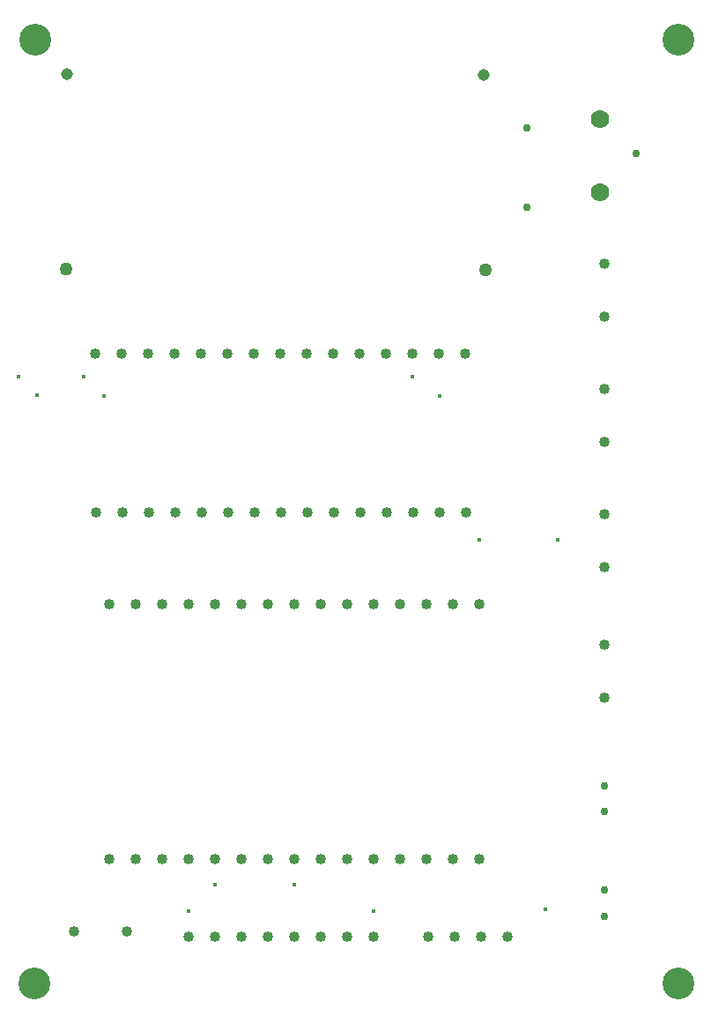
<source format=gbr>
G04 PROTEUS GERBER X2 FILE*
%TF.GenerationSoftware,Labcenter,Proteus,8.6-SP2-Build23525*%
%TF.CreationDate,2019-05-04T20:14:25+00:00*%
%TF.FileFunction,Plated,1,2,PTH*%
%TF.FilePolarity,Positive*%
%TF.Part,Single*%
%FSLAX45Y45*%
%MOMM*%
G01*
%TA.AperFunction,ViaDrill*%
%ADD43C,0.381000*%
%TA.AperFunction,ComponentDrill*%
%ADD44C,1.016000*%
%TA.AperFunction,ComponentDrill*%
%ADD45C,1.270000*%
%ADD46C,1.143000*%
%TA.AperFunction,ComponentDrill*%
%ADD47C,1.778000*%
%ADD48C,0.762000*%
%TA.AperFunction,OtherDrill,Unknown*%
%ADD49C,3.050000*%
%TD.AperFunction*%
D43*
X-8396000Y-2200000D03*
X-7636000Y-2200000D03*
X-8650000Y-2450000D03*
X-6874000Y-2450000D03*
X-10280000Y+2680000D03*
X-9660000Y+2680000D03*
X-6500000Y+2680000D03*
X-10110000Y+2500000D03*
X-9460000Y+2490000D03*
X-6238000Y+2490000D03*
X-5100000Y+1110000D03*
X-5860000Y+1110000D03*
X-5220000Y-2440000D03*
D44*
X-9540000Y+1370000D03*
X-9286000Y+1370000D03*
X-9032000Y+1370000D03*
X-8778000Y+1370000D03*
X-8524000Y+1370000D03*
X-8270000Y+1370000D03*
X-8016000Y+1370000D03*
X-7762000Y+1370000D03*
X-7508000Y+1370000D03*
X-7254000Y+1370000D03*
X-7000000Y+1370000D03*
X-6746000Y+1370000D03*
X-6492000Y+1370000D03*
X-6238000Y+1370000D03*
X-5984000Y+1370000D03*
X-5994000Y+2900000D03*
X-6248000Y+2900000D03*
X-6502000Y+2900000D03*
X-6756000Y+2900000D03*
X-7010000Y+2900000D03*
X-7264000Y+2900000D03*
X-7518000Y+2900000D03*
X-7772000Y+2900000D03*
X-8026000Y+2900000D03*
X-8280000Y+2900000D03*
X-8534000Y+2900000D03*
X-8788000Y+2900000D03*
X-9042000Y+2900000D03*
X-9296000Y+2900000D03*
X-9550000Y+2900000D03*
X-9414000Y-1950000D03*
X-9160000Y-1950000D03*
X-8906000Y-1950000D03*
X-8652000Y-1950000D03*
X-8398000Y-1950000D03*
X-8144000Y-1950000D03*
X-7890000Y-1950000D03*
X-7636000Y-1950000D03*
X-7382000Y-1950000D03*
X-7128000Y-1950000D03*
X-6874000Y-1950000D03*
X-6620000Y-1950000D03*
X-6366000Y-1950000D03*
X-6112000Y-1950000D03*
X-5858000Y-1950000D03*
X-5858000Y+490000D03*
X-6112000Y+490000D03*
X-6366000Y+490000D03*
X-6620000Y+490000D03*
X-6874000Y+490000D03*
X-7128000Y+490000D03*
X-7382000Y+490000D03*
X-7636000Y+490000D03*
X-7890000Y+490000D03*
X-8144000Y+490000D03*
X-8398000Y+490000D03*
X-8652000Y+490000D03*
X-8906000Y+490000D03*
X-9160000Y+490000D03*
X-9414000Y+490000D03*
D45*
X-5800000Y+3700000D03*
D46*
X-5810000Y+5570000D03*
D45*
X-9830000Y+3710000D03*
D46*
X-9820000Y+5580000D03*
D47*
X-4700000Y+4450000D03*
X-4700000Y+5150000D03*
D48*
X-4350000Y+4820000D03*
D44*
X-4650000Y+3250000D03*
X-4650000Y+3758000D03*
X-4650000Y+2050000D03*
X-4650000Y+2558000D03*
X-4650000Y+850000D03*
X-4650000Y+1358000D03*
X-4650000Y-400000D03*
X-4650000Y+108000D03*
X-8650000Y-2700000D03*
X-8396000Y-2700000D03*
X-8142000Y-2700000D03*
X-7888000Y-2700000D03*
X-7634000Y-2700000D03*
X-7380000Y-2700000D03*
X-7126000Y-2700000D03*
X-6872000Y-2700000D03*
D48*
X-5400000Y+5062000D03*
X-5400000Y+4300000D03*
D44*
X-5588000Y-2700000D03*
X-5842000Y-2700000D03*
X-6096000Y-2700000D03*
X-6350000Y-2700000D03*
X-9750000Y-2650000D03*
X-9242000Y-2650000D03*
D48*
X-4650000Y-1500000D03*
X-4650000Y-1250000D03*
X-4650000Y-2500000D03*
X-4650000Y-2250000D03*
D49*
X-10120000Y+5910000D03*
X-3940000Y+5910000D03*
X-10130000Y-3150000D03*
X-3940000Y-3150000D03*
M02*

</source>
